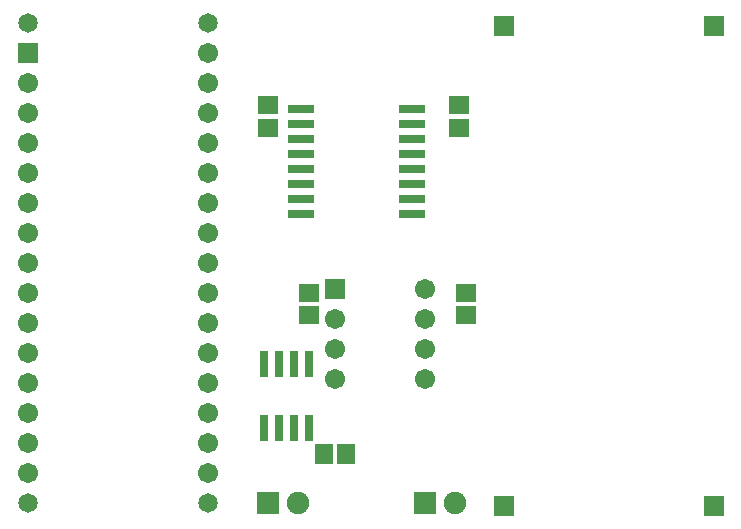
<source format=gbr>
G04 DipTrace 3.1.0.1*
G04 TopMask.gbr*
%MOIN*%
G04 #@! TF.FileFunction,Soldermask,Top*
G04 #@! TF.Part,Single*
%ADD24C,0.065*%
%ADD30R,0.059181X0.067055*%
%ADD32R,0.031622X0.08674*%
%ADD34C,0.074929*%
%ADD36R,0.074929X0.074929*%
%ADD38R,0.08674X0.031622*%
%ADD40R,0.067055X0.059181*%
%ADD42C,0.067055*%
%ADD44R,0.067055X0.067055*%
%FSLAX26Y26*%
G04*
G70*
G90*
G75*
G01*
G04 TopMask*
%LPD*%
D44*
X1613357Y1325810D3*
D42*
Y1225810D3*
Y1125810D3*
Y1025810D3*
X1913357D3*
Y1125810D3*
Y1225810D3*
Y1325810D3*
D44*
X588357Y2113310D3*
D42*
Y2013310D3*
Y1913310D3*
Y1813310D3*
Y1713310D3*
Y1613310D3*
Y1513310D3*
Y1413310D3*
Y1313310D3*
Y1213310D3*
Y1113310D3*
Y1013310D3*
Y913310D3*
Y813310D3*
Y713310D3*
X1188357D3*
Y813310D3*
Y913310D3*
Y1013310D3*
Y1113310D3*
Y1213310D3*
Y1313310D3*
Y1413310D3*
Y1513310D3*
Y1613310D3*
Y1713310D3*
Y1813310D3*
Y1913310D3*
Y2013310D3*
Y2113310D3*
D24*
X588357Y2213310D3*
X1188357D3*
Y613310D3*
X588357D3*
D40*
X1525857Y1313310D3*
Y1238507D3*
X2050857Y1313310D3*
Y1238507D3*
X1388357Y1938310D3*
Y1863507D3*
X2025857Y1938310D3*
Y1863507D3*
D44*
X2175857Y600810D3*
Y2200810D3*
X2875857Y600810D3*
Y2200810D3*
D38*
X1500857Y1925810D3*
Y1875810D3*
Y1825810D3*
Y1775810D3*
Y1725810D3*
Y1675810D3*
Y1625810D3*
Y1575810D3*
X1870936D3*
Y1625810D3*
Y1675810D3*
Y1725810D3*
Y1775810D3*
Y1825810D3*
Y1875810D3*
Y1925810D3*
D36*
X1388357Y613310D3*
D34*
X1488357D3*
D36*
X1913357D3*
D34*
X2013357D3*
D32*
X1525857Y1075810D3*
X1475857D3*
X1425857D3*
X1375857D3*
Y863211D3*
X1425857D3*
X1475857D3*
X1525857D3*
D30*
X1575857Y775810D3*
X1650660D3*
M02*

</source>
